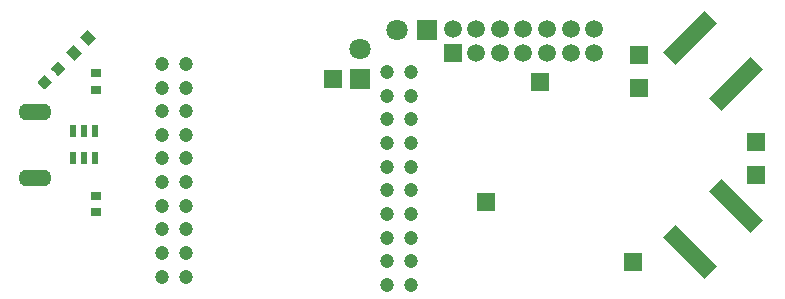
<source format=gbr>
%TF.GenerationSoftware,KiCad,Pcbnew,7.0.5*%
%TF.CreationDate,2024-09-10T19:27:24-04:00*%
%TF.ProjectId,PCB_PCB_OpenSuperHetv6PCB,5043425f-5043-4425-9f4f-70656e537570,rev?*%
%TF.SameCoordinates,Original*%
%TF.FileFunction,Paste,Bot*%
%TF.FilePolarity,Positive*%
%FSLAX46Y46*%
G04 Gerber Fmt 4.6, Leading zero omitted, Abs format (unit mm)*
G04 Created by KiCad (PCBNEW 7.0.5) date 2024-09-10 19:27:24*
%MOMM*%
%LPD*%
G01*
G04 APERTURE LIST*
G04 Aperture macros list*
%AMRotRect*
0 Rectangle, with rotation*
0 The origin of the aperture is its center*
0 $1 length*
0 $2 width*
0 $3 Rotation angle, in degrees counterclockwise*
0 Add horizontal line*
21,1,$1,$2,0,0,$3*%
G04 Aperture macros list end*
%ADD10R,1.800000X1.800000*%
%ADD11C,1.800000*%
%ADD12C,1.200000*%
%ADD13RotRect,1.000000X0.900000X135.000000*%
%ADD14R,1.575000X1.575000*%
%ADD15R,0.900000X0.800000*%
%ADD16RotRect,0.806000X0.864000X45.000000*%
%ADD17R,0.532000X1.072000*%
%ADD18RotRect,1.500000X5.000000X135.000000*%
%ADD19C,1.500000*%
%ADD20R,1.500000X1.500000*%
%ADD21RotRect,1.500000X5.000000X45.000000*%
%ADD22O,2.800000X1.400000*%
G04 APERTURE END LIST*
%TO.C,R3*%
G36*
X3957191Y-22008495D02*
G01*
X3957191Y-22079205D01*
X3391505Y-22644891D01*
X3320795Y-22644891D01*
X3159574Y-22483671D01*
X3421204Y-22222041D01*
X3187858Y-21988696D01*
X2926229Y-22250325D01*
X2755109Y-22079205D01*
X2755109Y-22008495D01*
X3320795Y-21442809D01*
X3391505Y-21442809D01*
X3957191Y-22008495D01*
G37*
G36*
X2428426Y-22728329D02*
G01*
X2166796Y-22989959D01*
X2400142Y-23223304D01*
X2661771Y-22961675D01*
X2832891Y-23132795D01*
X2832891Y-23203505D01*
X2267205Y-23769191D01*
X2196495Y-23769191D01*
X1630809Y-23203505D01*
X1630809Y-23132795D01*
X2196495Y-22567109D01*
X2267205Y-22567109D01*
X2428426Y-22728329D01*
G37*
%TD*%
D10*
%TO.C,U7*%
X34616060Y-18787913D03*
D11*
X32076060Y-18787913D03*
%TD*%
D12*
%TO.C,U2*%
X33242000Y-22322000D03*
X31242000Y-22322000D03*
X33242000Y-24322000D03*
X31242000Y-24322000D03*
X33242000Y-26322000D03*
X31242000Y-26322000D03*
X33242000Y-28322000D03*
X31242000Y-28322000D03*
X33242000Y-30322000D03*
X31242000Y-30322000D03*
X33242000Y-32322000D03*
X31242000Y-32322000D03*
X33242000Y-34322000D03*
X31242000Y-34322000D03*
X33242000Y-36322000D03*
X31242000Y-36322000D03*
X33242000Y-38322000D03*
X31242000Y-38322000D03*
X33242000Y-40322000D03*
X31242000Y-40322000D03*
%TD*%
D13*
%TO.C,LED1*%
X5935041Y-19464959D03*
X4732959Y-20667041D03*
%TD*%
D14*
%TO.C,J2*%
X52070000Y-38354000D03*
%TD*%
D15*
%TO.C,C33*%
X6604000Y-34166000D03*
X6604000Y-32766000D03*
%TD*%
D16*
%TO.C,R3*%
X2261549Y-23138451D03*
X3326451Y-22073549D03*
%TD*%
D17*
%TO.C,U4*%
X6538000Y-29597000D03*
X5588000Y-29597000D03*
X4638000Y-29597000D03*
X4638000Y-27299000D03*
X5588000Y-27299000D03*
X6538000Y-27299000D03*
%TD*%
D18*
%TO.C,ANT_SMA2*%
X60745544Y-23280544D03*
X56856456Y-19391456D03*
%TD*%
D14*
%TO.C,J7*%
X44196000Y-23114000D03*
%TD*%
D19*
%TO.C,SYS_CTRL*%
X48768000Y-18688011D03*
X48768000Y-20688011D03*
X46768000Y-18688011D03*
X46768000Y-20688011D03*
X44768000Y-18688011D03*
X44768000Y-20688011D03*
X42768000Y-18688011D03*
X42768000Y-20688011D03*
X40768000Y-18688011D03*
X40768000Y-20688011D03*
X38768000Y-18688011D03*
X38768000Y-20688011D03*
X36768000Y-18688011D03*
D20*
X36768000Y-20688011D03*
%TD*%
D12*
%TO.C,U3*%
X14192000Y-21622000D03*
X12192000Y-21622000D03*
X14192000Y-23622000D03*
X12192000Y-23622000D03*
X14192000Y-25622000D03*
X12192000Y-25622000D03*
X14192000Y-27622000D03*
X12192000Y-27622000D03*
X14192000Y-29622000D03*
X12192000Y-29622000D03*
X14192000Y-31622000D03*
X12192000Y-31622000D03*
X14192000Y-33622000D03*
X12192000Y-33622000D03*
X14192000Y-35622000D03*
X12192000Y-35622000D03*
X14192000Y-37622000D03*
X12192000Y-37622000D03*
X14192000Y-39622000D03*
X12192000Y-39622000D03*
%TD*%
D14*
%TO.C,J6*%
X52578000Y-20828000D03*
%TD*%
D21*
%TO.C,ANT_SMA1*%
X56856456Y-37504544D03*
X60745544Y-33615456D03*
%TD*%
D14*
%TO.C,J3*%
X52578000Y-23622000D03*
%TD*%
%TO.C,J1*%
X62484000Y-30988000D03*
%TD*%
D22*
%TO.C,DC1*%
X1438000Y-25711000D03*
X1438000Y-31311000D03*
%TD*%
D10*
%TO.C,U6*%
X28956000Y-22860000D03*
D11*
X28956000Y-20320000D03*
%TD*%
D14*
%TO.C,J5*%
X62484000Y-28194000D03*
%TD*%
%TO.C,CLK1*%
X26670000Y-22860000D03*
%TD*%
%TO.C,J4*%
X39624000Y-33274000D03*
%TD*%
D15*
%TO.C,C31*%
X6604000Y-22414000D03*
X6604000Y-23814000D03*
%TD*%
M02*

</source>
